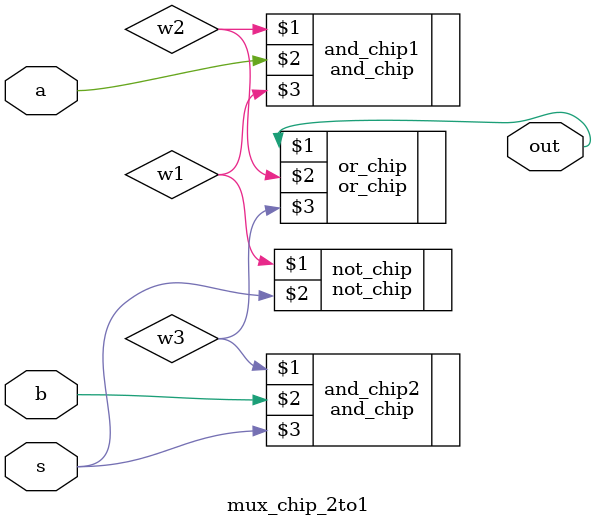
<source format=v>
module mux_chip_2to1(out, a, b, s);
	input a, b, s;
	output out;	

	wire w1, w2, w3;
	not_chip not_chip(w1, s);	
	and_chip and_chip1(w2, a, w1);
	and_chip and_chip2(w3, b, s);				
	or_chip or_chip(out, w2, w3);
	
endmodule

</source>
